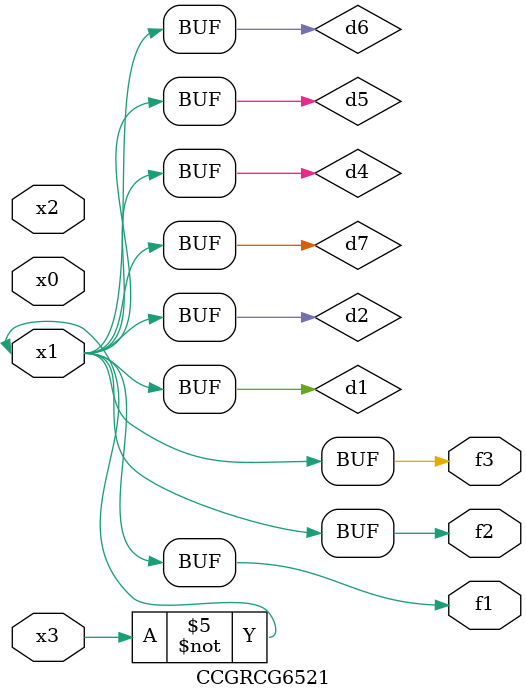
<source format=v>
module CCGRCG6521(
	input x0, x1, x2, x3,
	output f1, f2, f3
);

	wire d1, d2, d3, d4, d5, d6, d7;

	not (d1, x3);
	buf (d2, x1);
	xnor (d3, d1, d2);
	nor (d4, d1);
	buf (d5, d1, d2);
	buf (d6, d4, d5);
	nand (d7, d4);
	assign f1 = d6;
	assign f2 = d7;
	assign f3 = d6;
endmodule

</source>
